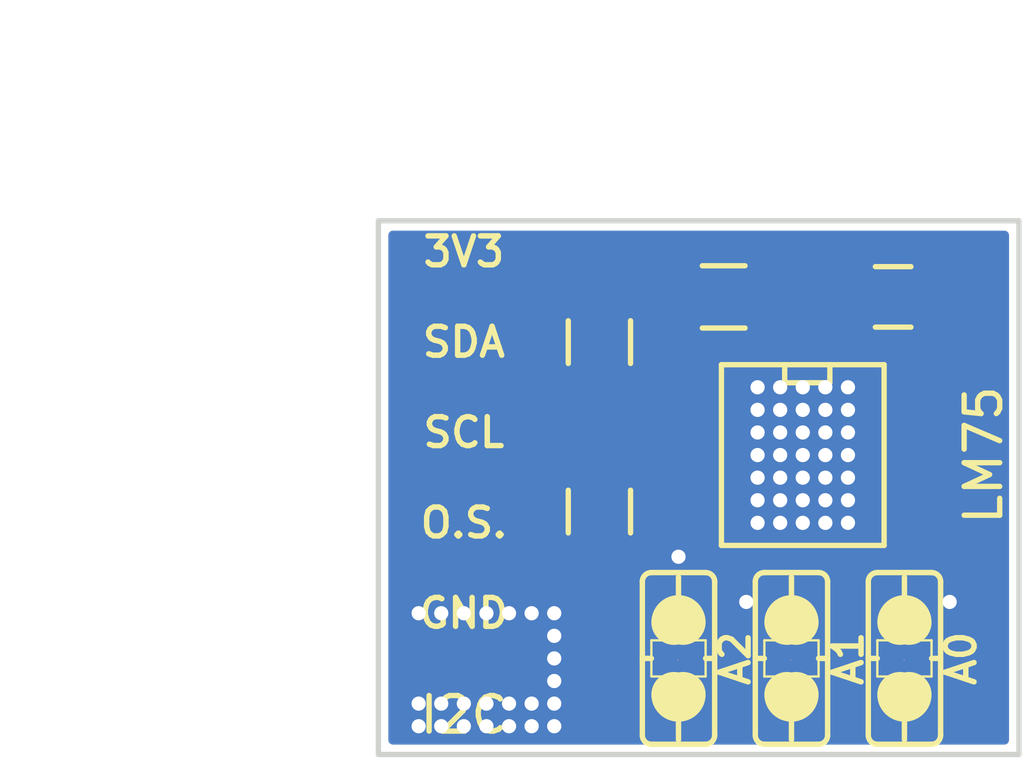
<source format=kicad_pcb>
(kicad_pcb (version 4) (host pcbnew 0.201508170901+6097~28~ubuntu14.04.1-product)

  (general
    (links 22)
    (no_connects 0)
    (area 141.500001 96.15 168.075001 117.075001)
    (thickness 1.6)
    (drawings 14)
    (tracks 193)
    (zones 0)
    (modules 9)
    (nets 9)
  )

  (page A4)
  (layers
    (0 F.Cu signal)
    (31 B.Cu signal)
    (32 B.Adhes user)
    (33 F.Adhes user)
    (34 B.Paste user)
    (35 F.Paste user)
    (36 B.SilkS user)
    (37 F.SilkS user)
    (38 B.Mask user)
    (39 F.Mask user)
    (40 Dwgs.User user)
    (41 Cmts.User user)
    (42 Eco1.User user)
    (43 Eco2.User user)
    (44 Edge.Cuts user)
    (45 Margin user)
    (46 B.CrtYd user)
    (47 F.CrtYd user)
    (48 B.Fab user)
    (49 F.Fab user)
  )

  (setup
    (last_trace_width 0.508)
    (user_trace_width 0.2032)
    (user_trace_width 0.254)
    (user_trace_width 0.3048)
    (user_trace_width 0.4064)
    (user_trace_width 0.508)
    (trace_clearance 0.2032)
    (zone_clearance 0.2032)
    (zone_45_only no)
    (trace_min 0.2032)
    (segment_width 0.2)
    (edge_width 0.15)
    (via_size 0.6)
    (via_drill 0.4)
    (via_min_size 0.0254)
    (via_min_drill 0.3)
    (user_via 0.5 0.3)
    (user_via 0.6 0.4)
    (uvia_size 0.3)
    (uvia_drill 0.1)
    (uvias_allowed no)
    (uvia_min_size 0)
    (uvia_min_drill 0)
    (pcb_text_width 0.3)
    (pcb_text_size 1.5 1.5)
    (mod_edge_width 0.15)
    (mod_text_size 1.016 1.016)
    (mod_text_width 0.1524)
    (pad_size 1.524 1.524)
    (pad_drill 0.762)
    (pad_to_mask_clearance 0.2)
    (aux_axis_origin 150 102)
    (visible_elements FFFFFF7F)
    (pcbplotparams
      (layerselection 0x010f0_80000001)
      (usegerberextensions true)
      (excludeedgelayer true)
      (linewidth 0.100000)
      (plotframeref false)
      (viasonmask false)
      (mode 1)
      (useauxorigin false)
      (hpglpennumber 1)
      (hpglpenspeed 20)
      (hpglpendiameter 15)
      (hpglpenoverlay 2)
      (psnegative false)
      (psa4output false)
      (plotreference true)
      (plotvalue true)
      (plotinvisibletext false)
      (padsonsilk false)
      (subtractmaskfromsilk false)
      (outputformat 1)
      (mirror false)
      (drillshape 0)
      (scaleselection 1)
      (outputdirectory Gerber/))
  )

  (net 0 "")
  (net 1 +3V3)
  (net 2 GND)
  (net 3 "Net-(IC2-Pad7)")
  (net 4 "Net-(IC2-Pad6)")
  (net 5 "Net-(IC2-Pad5)")
  (net 6 "Net-(IC2-Pad3)")
  (net 7 "Net-(IC2-Pad2)")
  (net 8 "Net-(IC2-Pad1)")

  (net_class Default "Dies ist die voreingestellte Netzklasse."
    (clearance 0.2032)
    (trace_width 0.508)
    (via_dia 0.6)
    (via_drill 0.4)
    (uvia_dia 0.3)
    (uvia_drill 0.1)
    (add_net +3V3)
    (add_net GND)
    (add_net "Net-(IC2-Pad1)")
    (add_net "Net-(IC2-Pad2)")
    (add_net "Net-(IC2-Pad3)")
    (add_net "Net-(IC2-Pad5)")
    (add_net "Net-(IC2-Pad6)")
    (add_net "Net-(IC2-Pad7)")
  )

  (module SMD_Packages:SOIC-8-N (layer F.Cu) (tedit 5739E499) (tstamp 55FDCD6E)
    (at 11.925 6.585 270)
    (descr "Module Narrow CMS SOJ 8 pins large")
    (tags "CMS SOJ")
    (path /55D42F1C)
    (attr smd)
    (fp_text reference IC2 (at 0 0.635 270) (layer F.Fab)
      (effects (font (size 1 1) (thickness 0.15)))
    )
    (fp_text value LM75 (at 0 -5.08 270) (layer F.SilkS)
      (effects (font (size 1 1) (thickness 0.15)))
    )
    (fp_line (start -2.54 -2.286) (end 2.54 -2.286) (layer F.SilkS) (width 0.15))
    (fp_line (start 2.54 -2.286) (end 2.54 2.286) (layer F.SilkS) (width 0.15))
    (fp_line (start 2.54 2.286) (end -2.54 2.286) (layer F.SilkS) (width 0.15))
    (fp_line (start -2.54 2.286) (end -2.54 -2.286) (layer F.SilkS) (width 0.15))
    (fp_line (start -2.54 -0.762) (end -2.032 -0.762) (layer F.SilkS) (width 0.15))
    (fp_line (start -2.032 -0.762) (end -2.032 0.508) (layer F.SilkS) (width 0.15))
    (fp_line (start -2.032 0.508) (end -2.54 0.508) (layer F.SilkS) (width 0.15))
    (pad 8 smd rect (at -1.905 -3.175 270) (size 0.508 1.143) (layers F.Cu F.Paste F.Mask)
      (net 1 +3V3))
    (pad 7 smd rect (at -0.635 -3.175 270) (size 0.508 1.143) (layers F.Cu F.Paste F.Mask)
      (net 3 "Net-(IC2-Pad7)"))
    (pad 6 smd rect (at 0.635 -3.175 270) (size 0.508 1.143) (layers F.Cu F.Paste F.Mask)
      (net 4 "Net-(IC2-Pad6)"))
    (pad 5 smd rect (at 1.905 -3.175 270) (size 0.508 1.143) (layers F.Cu F.Paste F.Mask)
      (net 5 "Net-(IC2-Pad5)"))
    (pad 4 smd rect (at 1.905 3.175 270) (size 0.508 1.143) (layers F.Cu F.Paste F.Mask)
      (net 2 GND))
    (pad 3 smd rect (at 0.635 3.175 270) (size 0.508 1.143) (layers F.Cu F.Paste F.Mask)
      (net 6 "Net-(IC2-Pad3)"))
    (pad 2 smd rect (at -0.635 3.175 270) (size 0.508 1.143) (layers F.Cu F.Paste F.Mask)
      (net 7 "Net-(IC2-Pad2)"))
    (pad 1 smd rect (at -1.905 3.175 270) (size 0.508 1.143) (layers F.Cu F.Paste F.Mask)
      (net 8 "Net-(IC2-Pad1)"))
    (model SMD_Packages.3dshapes/SOIC-8-N.wrl
      (at (xyz 0 0 0))
      (scale (xyz 0.5 0.38 0.5))
      (rotate (xyz 0 0 0))
    )
  )

  (module Capacitors_SMD:C_0805_HandSoldering (layer F.Cu) (tedit 5739E27B) (tstamp 55FDCD62)
    (at 14.465 2.14 180)
    (descr "Capacitor SMD 0805, hand soldering")
    (tags "capacitor 0805")
    (path /55FDD272)
    (attr smd)
    (fp_text reference C1 (at 0 0 180) (layer F.Fab)
      (effects (font (size 1 1) (thickness 0.15)))
    )
    (fp_text value 100nF (at 0 -1.27 180) (layer F.Fab)
      (effects (font (size 1 1) (thickness 0.15)))
    )
    (fp_line (start -2.3 -1) (end 2.3 -1) (layer F.CrtYd) (width 0.05))
    (fp_line (start -2.3 1) (end 2.3 1) (layer F.CrtYd) (width 0.05))
    (fp_line (start -2.3 -1) (end -2.3 1) (layer F.CrtYd) (width 0.05))
    (fp_line (start 2.3 -1) (end 2.3 1) (layer F.CrtYd) (width 0.05))
    (fp_line (start 0.5 -0.85) (end -0.5 -0.85) (layer F.SilkS) (width 0.15))
    (fp_line (start -0.5 0.85) (end 0.5 0.85) (layer F.SilkS) (width 0.15))
    (pad 1 smd rect (at -1.25 0 180) (size 1.5 1.25) (layers F.Cu F.Paste F.Mask)
      (net 1 +3V3))
    (pad 2 smd rect (at 1.25 0 180) (size 1.5 1.25) (layers F.Cu F.Paste F.Mask)
      (net 2 GND))
    (model Capacitors_SMD.3dshapes/C_0805_HandSoldering.wrl
      (at (xyz 0 0 0))
      (scale (xyz 1 1 1))
      (rotate (xyz 0 0 0))
    )
  )

  (module Footprints:SJ_2 (layer F.Cu) (tedit 5739E277) (tstamp 55FDD83D)
    (at 14.7825 12.3 90)
    (descr "SOLDER JUMPER")
    (tags "SOLDER JUMPER")
    (path /55D42F35)
    (attr smd)
    (fp_text reference JP1 (at 0 0 90) (layer F.Fab)
      (effects (font (size 1 1) (thickness 0.15)))
    )
    (fp_text value A0 (at -0.0381 -0.00762 90) (layer B.SilkS)
      (effects (font (size 0.01778 0.01778) (thickness 0.0889)))
    )
    (fp_line (start -0.508 0.762) (end 0.508 0.762) (layer F.SilkS) (width 0.06604))
    (fp_line (start 0.508 0.762) (end 0.508 -0.762) (layer F.SilkS) (width 0.06604))
    (fp_line (start -0.508 -0.762) (end 0.508 -0.762) (layer F.SilkS) (width 0.06604))
    (fp_line (start -0.508 0.762) (end -0.508 -0.762) (layer F.SilkS) (width 0.06604))
    (fp_line (start 2.159 1.016) (end -2.159 1.016) (layer F.SilkS) (width 0.1524))
    (fp_line (start 2.413 0.762) (end 2.413 -0.762) (layer F.SilkS) (width 0.1524))
    (fp_line (start -2.413 0.762) (end -2.413 -0.762) (layer F.SilkS) (width 0.1524))
    (fp_line (start -2.159 -1.016) (end 2.159 -1.016) (layer F.SilkS) (width 0.1524))
    (fp_line (start 1.778 0) (end 2.286 0) (layer F.SilkS) (width 0.1524))
    (fp_line (start -1.778 0) (end -2.286 0) (layer F.SilkS) (width 0.1524))
    (fp_line (start 0 -0.762) (end 0 -1.016) (layer F.SilkS) (width 0.1524))
    (fp_line (start 0 1.016) (end 0 0.762) (layer F.SilkS) (width 0.1524))
    (fp_arc (start 2.159 -0.762) (end 2.159 -1.016) (angle 90) (layer F.SilkS) (width 0.1524))
    (fp_arc (start -2.159 -0.762) (end -2.413 -0.762) (angle 90) (layer F.SilkS) (width 0.1524))
    (fp_arc (start -2.159 0.762) (end -2.159 1.016) (angle 90) (layer F.SilkS) (width 0.1524))
    (fp_arc (start 2.159 0.762) (end 2.413 0.762) (angle 90) (layer F.SilkS) (width 0.1524))
    (fp_arc (start 1.016 0) (end 1.016 -0.127) (angle 180) (layer F.SilkS) (width 1.27))
    (fp_arc (start -1.016 0) (end -1.016 0.127) (angle 180) (layer F.SilkS) (width 1.27))
    (pad 1 smd rect (at -1.524 0 90) (size 1.1684 1.6002) (layers F.Cu F.Paste F.Mask)
      (net 1 +3V3))
    (pad 2 smd rect (at 0 0 90) (size 1.1684 1.6002) (layers F.Cu F.Paste F.Mask)
      (net 3 "Net-(IC2-Pad7)"))
    (pad 3 smd rect (at 1.524 0 90) (size 1.1684 1.6002) (layers F.Cu F.Paste F.Mask)
      (net 2 GND))
  )

  (module Footprints:SJ_2 (layer F.Cu) (tedit 5739E273) (tstamp 55FDD843)
    (at 11.6075 12.3 90)
    (descr "SOLDER JUMPER")
    (tags "SOLDER JUMPER")
    (path /55D42F3C)
    (attr smd)
    (fp_text reference JP2 (at 0 0 90) (layer F.Fab)
      (effects (font (size 1 1) (thickness 0.15)))
    )
    (fp_text value A1 (at -0.0381 -0.00762 90) (layer B.SilkS)
      (effects (font (size 0.01778 0.01778) (thickness 0.0889)))
    )
    (fp_line (start -0.508 0.762) (end 0.508 0.762) (layer F.SilkS) (width 0.06604))
    (fp_line (start 0.508 0.762) (end 0.508 -0.762) (layer F.SilkS) (width 0.06604))
    (fp_line (start -0.508 -0.762) (end 0.508 -0.762) (layer F.SilkS) (width 0.06604))
    (fp_line (start -0.508 0.762) (end -0.508 -0.762) (layer F.SilkS) (width 0.06604))
    (fp_line (start 2.159 1.016) (end -2.159 1.016) (layer F.SilkS) (width 0.1524))
    (fp_line (start 2.413 0.762) (end 2.413 -0.762) (layer F.SilkS) (width 0.1524))
    (fp_line (start -2.413 0.762) (end -2.413 -0.762) (layer F.SilkS) (width 0.1524))
    (fp_line (start -2.159 -1.016) (end 2.159 -1.016) (layer F.SilkS) (width 0.1524))
    (fp_line (start 1.778 0) (end 2.286 0) (layer F.SilkS) (width 0.1524))
    (fp_line (start -1.778 0) (end -2.286 0) (layer F.SilkS) (width 0.1524))
    (fp_line (start 0 -0.762) (end 0 -1.016) (layer F.SilkS) (width 0.1524))
    (fp_line (start 0 1.016) (end 0 0.762) (layer F.SilkS) (width 0.1524))
    (fp_arc (start 2.159 -0.762) (end 2.159 -1.016) (angle 90) (layer F.SilkS) (width 0.1524))
    (fp_arc (start -2.159 -0.762) (end -2.413 -0.762) (angle 90) (layer F.SilkS) (width 0.1524))
    (fp_arc (start -2.159 0.762) (end -2.159 1.016) (angle 90) (layer F.SilkS) (width 0.1524))
    (fp_arc (start 2.159 0.762) (end 2.413 0.762) (angle 90) (layer F.SilkS) (width 0.1524))
    (fp_arc (start 1.016 0) (end 1.016 -0.127) (angle 180) (layer F.SilkS) (width 1.27))
    (fp_arc (start -1.016 0) (end -1.016 0.127) (angle 180) (layer F.SilkS) (width 1.27))
    (pad 1 smd rect (at -1.524 0 90) (size 1.1684 1.6002) (layers F.Cu F.Paste F.Mask)
      (net 1 +3V3))
    (pad 2 smd rect (at 0 0 90) (size 1.1684 1.6002) (layers F.Cu F.Paste F.Mask)
      (net 4 "Net-(IC2-Pad6)"))
    (pad 3 smd rect (at 1.524 0 90) (size 1.1684 1.6002) (layers F.Cu F.Paste F.Mask)
      (net 2 GND))
  )

  (module Footprints:SJ_2 (layer F.Cu) (tedit 5739E26F) (tstamp 55FDD849)
    (at 8.4325 12.3 90)
    (descr "SOLDER JUMPER")
    (tags "SOLDER JUMPER")
    (path /55D42F43)
    (attr smd)
    (fp_text reference JP3 (at 0 0 90) (layer F.Fab)
      (effects (font (size 1 1) (thickness 0.15)))
    )
    (fp_text value A2 (at -0.0381 -0.00762 90) (layer B.SilkS)
      (effects (font (size 0.01778 0.01778) (thickness 0.0889)))
    )
    (fp_line (start -0.508 0.762) (end 0.508 0.762) (layer F.SilkS) (width 0.06604))
    (fp_line (start 0.508 0.762) (end 0.508 -0.762) (layer F.SilkS) (width 0.06604))
    (fp_line (start -0.508 -0.762) (end 0.508 -0.762) (layer F.SilkS) (width 0.06604))
    (fp_line (start -0.508 0.762) (end -0.508 -0.762) (layer F.SilkS) (width 0.06604))
    (fp_line (start 2.159 1.016) (end -2.159 1.016) (layer F.SilkS) (width 0.1524))
    (fp_line (start 2.413 0.762) (end 2.413 -0.762) (layer F.SilkS) (width 0.1524))
    (fp_line (start -2.413 0.762) (end -2.413 -0.762) (layer F.SilkS) (width 0.1524))
    (fp_line (start -2.159 -1.016) (end 2.159 -1.016) (layer F.SilkS) (width 0.1524))
    (fp_line (start 1.778 0) (end 2.286 0) (layer F.SilkS) (width 0.1524))
    (fp_line (start -1.778 0) (end -2.286 0) (layer F.SilkS) (width 0.1524))
    (fp_line (start 0 -0.762) (end 0 -1.016) (layer F.SilkS) (width 0.1524))
    (fp_line (start 0 1.016) (end 0 0.762) (layer F.SilkS) (width 0.1524))
    (fp_arc (start 2.159 -0.762) (end 2.159 -1.016) (angle 90) (layer F.SilkS) (width 0.1524))
    (fp_arc (start -2.159 -0.762) (end -2.413 -0.762) (angle 90) (layer F.SilkS) (width 0.1524))
    (fp_arc (start -2.159 0.762) (end -2.159 1.016) (angle 90) (layer F.SilkS) (width 0.1524))
    (fp_arc (start 2.159 0.762) (end 2.413 0.762) (angle 90) (layer F.SilkS) (width 0.1524))
    (fp_arc (start 1.016 0) (end 1.016 -0.127) (angle 180) (layer F.SilkS) (width 1.27))
    (fp_arc (start -1.016 0) (end -1.016 0.127) (angle 180) (layer F.SilkS) (width 1.27))
    (pad 1 smd rect (at -1.524 0 90) (size 1.1684 1.6002) (layers F.Cu F.Paste F.Mask)
      (net 1 +3V3))
    (pad 2 smd rect (at 0 0 90) (size 1.1684 1.6002) (layers F.Cu F.Paste F.Mask)
      (net 5 "Net-(IC2-Pad5)"))
    (pad 3 smd rect (at 1.524 0 90) (size 1.1684 1.6002) (layers F.Cu F.Paste F.Mask)
      (net 2 GND))
  )

  (module Resistors_SMD:R_0805_HandSoldering (layer F.Cu) (tedit 5739E26B) (tstamp 571CD5B8)
    (at 6.21 8.1725 90)
    (descr "Resistor SMD 0805, hand soldering")
    (tags "resistor 0805")
    (path /571CD7D0)
    (attr smd)
    (fp_text reference R1 (at 0 0 90) (layer F.Fab)
      (effects (font (size 1 1) (thickness 0.15)))
    )
    (fp_text value 10k (at 0 1.27 90) (layer F.Fab)
      (effects (font (size 1 1) (thickness 0.15)))
    )
    (fp_line (start -2.4 -1) (end 2.4 -1) (layer F.CrtYd) (width 0.05))
    (fp_line (start -2.4 1) (end 2.4 1) (layer F.CrtYd) (width 0.05))
    (fp_line (start -2.4 -1) (end -2.4 1) (layer F.CrtYd) (width 0.05))
    (fp_line (start 2.4 -1) (end 2.4 1) (layer F.CrtYd) (width 0.05))
    (fp_line (start 0.6 0.875) (end -0.6 0.875) (layer F.SilkS) (width 0.15))
    (fp_line (start -0.6 -0.875) (end 0.6 -0.875) (layer F.SilkS) (width 0.15))
    (pad 1 smd rect (at -1.35 0 90) (size 1.5 1.3) (layers F.Cu F.Paste F.Mask)
      (net 1 +3V3))
    (pad 2 smd rect (at 1.35 0 90) (size 1.5 1.3) (layers F.Cu F.Paste F.Mask)
      (net 6 "Net-(IC2-Pad3)"))
    (model Resistors_SMD.3dshapes/R_0805_HandSoldering.wrl
      (at (xyz 0 0 0))
      (scale (xyz 1 1 1))
      (rotate (xyz 0 0 0))
    )
  )

  (module Resistors_SMD:R_0805_HandSoldering (layer F.Cu) (tedit 5739E266) (tstamp 571CD5BE)
    (at 6.21 3.41 270)
    (descr "Resistor SMD 0805, hand soldering")
    (tags "resistor 0805")
    (path /571CD7A0)
    (attr smd)
    (fp_text reference R2 (at 0 0 270) (layer F.Fab)
      (effects (font (size 1 1) (thickness 0.15)))
    )
    (fp_text value 10k (at 0 -1.27 270) (layer F.Fab)
      (effects (font (size 1 1) (thickness 0.15)))
    )
    (fp_line (start -2.4 -1) (end 2.4 -1) (layer F.CrtYd) (width 0.05))
    (fp_line (start -2.4 1) (end 2.4 1) (layer F.CrtYd) (width 0.05))
    (fp_line (start -2.4 -1) (end -2.4 1) (layer F.CrtYd) (width 0.05))
    (fp_line (start 2.4 -1) (end 2.4 1) (layer F.CrtYd) (width 0.05))
    (fp_line (start 0.6 0.875) (end -0.6 0.875) (layer F.SilkS) (width 0.15))
    (fp_line (start -0.6 -0.875) (end 0.6 -0.875) (layer F.SilkS) (width 0.15))
    (pad 1 smd rect (at -1.35 0 270) (size 1.5 1.3) (layers F.Cu F.Paste F.Mask)
      (net 1 +3V3))
    (pad 2 smd rect (at 1.35 0 270) (size 1.5 1.3) (layers F.Cu F.Paste F.Mask)
      (net 7 "Net-(IC2-Pad2)"))
    (model Resistors_SMD.3dshapes/R_0805_HandSoldering.wrl
      (at (xyz 0 0 0))
      (scale (xyz 1 1 1))
      (rotate (xyz 0 0 0))
    )
  )

  (module Resistors_SMD:R_0805_HandSoldering (layer F.Cu) (tedit 5739E280) (tstamp 571CD5C4)
    (at 9.7025 2.14)
    (descr "Resistor SMD 0805, hand soldering")
    (tags "resistor 0805")
    (path /571CD6B6)
    (attr smd)
    (fp_text reference R3 (at 0 0) (layer F.Fab)
      (effects (font (size 1 1) (thickness 0.15)))
    )
    (fp_text value 10k (at 0 1.27) (layer F.Fab)
      (effects (font (size 1 1) (thickness 0.15)))
    )
    (fp_line (start -2.4 -1) (end 2.4 -1) (layer F.CrtYd) (width 0.05))
    (fp_line (start -2.4 1) (end 2.4 1) (layer F.CrtYd) (width 0.05))
    (fp_line (start -2.4 -1) (end -2.4 1) (layer F.CrtYd) (width 0.05))
    (fp_line (start 2.4 -1) (end 2.4 1) (layer F.CrtYd) (width 0.05))
    (fp_line (start 0.6 0.875) (end -0.6 0.875) (layer F.SilkS) (width 0.15))
    (fp_line (start -0.6 -0.875) (end 0.6 -0.875) (layer F.SilkS) (width 0.15))
    (pad 1 smd rect (at -1.35 0) (size 1.5 1.3) (layers F.Cu F.Paste F.Mask)
      (net 1 +3V3))
    (pad 2 smd rect (at 1.35 0) (size 1.5 1.3) (layers F.Cu F.Paste F.Mask)
      (net 8 "Net-(IC2-Pad1)"))
    (model Resistors_SMD.3dshapes/R_0805_HandSoldering.wrl
      (at (xyz 0 0 0))
      (scale (xyz 1 1 1))
      (rotate (xyz 0 0 0))
    )
  )

  (module SMD:SMD_05-4mm (layer F.Cu) (tedit 5739E253) (tstamp 5738731C)
    (at 2.4 2.14)
    (path /55FDCB45)
    (fp_text reference P1 (at 0 0) (layer F.Fab)
      (effects (font (size 1 1) (thickness 0.15)))
    )
    (fp_text value I2C (at 0 11.7475) (layer F.SilkS)
      (effects (font (size 1 1) (thickness 0.15)))
    )
    (pad 5 connect rect (at 0 10.16) (size 4 1) (layers F.Cu F.Mask)
      (net 2 GND))
    (pad 4 connect rect (at 0 7.62) (size 4 1) (layers F.Cu F.Mask)
      (net 6 "Net-(IC2-Pad3)"))
    (pad 3 connect rect (at 0 5.08) (size 4 1) (layers F.Cu F.Mask)
      (net 7 "Net-(IC2-Pad2)"))
    (pad 2 connect rect (at 0 2.54) (size 4 1) (layers F.Cu F.Mask)
      (net 8 "Net-(IC2-Pad1)"))
    (pad 1 connect rect (at 0 0) (size 4 1) (layers F.Cu F.Mask)
      (net 1 +3V3))
  )

  (gr_text A2 (at 10.02 12.3 90) (layer F.SilkS) (tstamp 573C24CE)
    (effects (font (size 0.8128 0.8128) (thickness 0.1524)))
  )
  (gr_text A1 (at 13.195 12.3 90) (layer F.SilkS) (tstamp 573C24CA)
    (effects (font (size 0.8128 0.8128) (thickness 0.1524)))
  )
  (gr_text A0 (at 16.37 12.3 90) (layer F.SilkS) (tstamp 573C24C7)
    (effects (font (size 0.8128 0.8128) (thickness 0.1524)))
  )
  (gr_text GND (at 2.4 11.03) (layer F.SilkS) (tstamp 573C2340)
    (effects (font (size 0.8128 0.8128) (thickness 0.1524)))
  )
  (gr_text O.S. (at 2.4 8.49) (layer F.SilkS) (tstamp 573C233F)
    (effects (font (size 0.8128 0.8128) (thickness 0.1524)))
  )
  (gr_text SCL (at 2.4 5.95) (layer F.SilkS) (tstamp 573C233E)
    (effects (font (size 0.8128 0.8128) (thickness 0.1524)))
  )
  (gr_text SDA (at 2.4 3.41) (layer F.SilkS) (tstamp 573C233D)
    (effects (font (size 0.8128 0.8128) (thickness 0.1524)))
  )
  (gr_text 3V3 (at 2.4 0.87) (layer F.SilkS)
    (effects (font (size 0.8128 0.8128) (thickness 0.1524)))
  )
  (dimension 15 (width 0.3) (layer Eco1.User)
    (gr_text "15 mm" (at -4.35 7.5 90) (layer Eco1.User)
      (effects (font (size 1.5 1.5) (thickness 0.3)))
    )
    (feature1 (pts (xy 0 0) (xy -5.7 0)))
    (feature2 (pts (xy 0 15) (xy -5.7 15)))
    (crossbar (pts (xy -3 15) (xy -3 0)))
    (arrow1a (pts (xy -3 0) (xy -2.413579 1.126504)))
    (arrow1b (pts (xy -3 0) (xy -3.586421 1.126504)))
    (arrow2a (pts (xy -3 15) (xy -2.413579 13.873496)))
    (arrow2b (pts (xy -3 15) (xy -3.586421 13.873496)))
  )
  (dimension 18 (width 0.3) (layer Eco1.User)
    (gr_text "18 mm" (at 9 -4.35) (layer Eco1.User)
      (effects (font (size 1.5 1.5) (thickness 0.3)))
    )
    (feature1 (pts (xy 18 0) (xy 18 -5.7)))
    (feature2 (pts (xy 0 0) (xy 0 -5.7)))
    (crossbar (pts (xy 0 -3) (xy 18 -3)))
    (arrow1a (pts (xy 18 -3) (xy 16.873496 -2.413579)))
    (arrow1b (pts (xy 18 -3) (xy 16.873496 -3.586421)))
    (arrow2a (pts (xy 0 -3) (xy 1.126504 -2.413579)))
    (arrow2b (pts (xy 0 -3) (xy 1.126504 -3.586421)))
  )
  (gr_line (start 0 15) (end 0 0) (angle 90) (layer Edge.Cuts) (width 0.15))
  (gr_line (start 18 15) (end 0 15) (angle 90) (layer Edge.Cuts) (width 0.15))
  (gr_line (start 18 0) (end 18 15) (angle 90) (layer Edge.Cuts) (width 0.15))
  (gr_line (start 0 0) (end 18 0) (angle 90) (layer Edge.Cuts) (width 0.15))

  (segment (start 14.7825 13.824) (end 11.6075 13.824) (width 0.508) (layer F.Cu) (net 1))
  (segment (start 16.116 13.824) (end 14.7825 13.824) (width 0.508) (layer F.Cu) (net 1))
  (segment (start 17.3225 3.7275) (end 17.3225 4.641444) (width 0.508) (layer F.Cu) (net 1))
  (segment (start 17.3225 4.641444) (end 17.3225 12.6175) (width 0.508) (layer F.Cu) (net 1))
  (segment (start 15.1 4.68) (end 17.283944 4.68) (width 0.508) (layer F.Cu) (net 1))
  (segment (start 17.283944 4.68) (end 17.3225 4.641444) (width 0.508) (layer F.Cu) (net 1))
  (segment (start 8.4325 13.824) (end 7.099 13.824) (width 0.508) (layer F.Cu) (net 1))
  (segment (start 6.21 12.935) (end 6.21 9.5225) (width 0.508) (layer F.Cu) (net 1) (tstamp 5738A828))
  (segment (start 7.099 13.824) (end 6.21 12.935) (width 0.508) (layer F.Cu) (net 1) (tstamp 5738A824))
  (segment (start 15.715 2.14) (end 15.735 2.14) (width 0.508) (layer F.Cu) (net 1))
  (segment (start 15.735 2.14) (end 17.3225 3.7275) (width 0.508) (layer F.Cu) (net 1) (tstamp 5738A806))
  (segment (start 17.3225 12.6175) (end 16.116 13.824) (width 0.508) (layer F.Cu) (net 1) (tstamp 5738A814))
  (segment (start 11.6075 13.824) (end 8.4325 13.824) (width 0.508) (layer F.Cu) (net 1) (tstamp 5738A818))
  (segment (start 8.3525 2.14) (end 8.4325 2.14) (width 0.508) (layer F.Cu) (net 1))
  (segment (start 8.4325 2.14) (end 9.7025 0.87) (width 0.508) (layer F.Cu) (net 1) (tstamp 5738A7EA))
  (segment (start 14.445 0.87) (end 15.715 2.14) (width 0.508) (layer F.Cu) (net 1) (tstamp 5738A7F0))
  (segment (start 9.7025 0.87) (end 14.445 0.87) (width 0.508) (layer F.Cu) (net 1) (tstamp 5738A7EE))
  (segment (start 6.21 2.06) (end 8.2725 2.06) (width 0.508) (layer F.Cu) (net 1))
  (segment (start 8.2725 2.06) (end 8.3525 2.14) (width 0.508) (layer F.Cu) (net 1) (tstamp 5738A7D4))
  (segment (start 6.21 2.06) (end 2.48 2.06) (width 0.508) (layer F.Cu) (net 1))
  (segment (start 2.48 2.06) (end 2.4 2.14) (width 0.508) (layer F.Cu) (net 1) (tstamp 5738A7D0))
  (segment (start 8.4325 2.06) (end 8.3525 2.14) (width 0.508) (layer F.Cu) (net 1) (tstamp 5738A7BE))
  (segment (start 2.4 2.14) (end 3.3525 2.14) (width 0.508) (layer F.Cu) (net 1))
  (via (at 16.0525 10.7125) (size 0.6) (drill 0.4) (layers F.Cu B.Cu) (net 2))
  (segment (start 16.0525 10.7125) (end 14.846 10.7125) (width 0.254) (layer F.Cu) (net 2) (tstamp 5739D6BA))
  (segment (start 14.846 10.7125) (end 14.7825 10.776) (width 0.254) (layer F.Cu) (net 2) (tstamp 5739D6BB))
  (segment (start 8.4325 10.776) (end 8.4325 9.4425) (width 0.254) (layer F.Cu) (net 2))
  (via (at 8.4325 9.4425) (size 0.6) (drill 0.4) (layers F.Cu B.Cu) (net 2))
  (via (at 10.3375 10.7125) (size 0.6) (drill 0.4) (layers F.Cu B.Cu) (net 2))
  (segment (start 10.3375 10.7125) (end 11.544 10.7125) (width 0.254) (layer F.Cu) (net 2) (tstamp 5739D652))
  (segment (start 11.544 10.7125) (end 11.6075 10.776) (width 0.254) (layer F.Cu) (net 2) (tstamp 5739D653))
  (segment (start 8.75 8.49) (end 10.655 8.49) (width 0.508) (layer F.Cu) (net 2))
  (via (at 10.655 8.49) (size 0.6) (drill 0.4) (layers F.Cu B.Cu) (net 2))
  (segment (start 11.29 8.49) (end 11.925 8.49) (width 0.508) (layer F.Cu) (net 2))
  (via (at 11.925 8.49) (size 0.6) (drill 0.4) (layers F.Cu B.Cu) (net 2))
  (segment (start 12.56 8.49) (end 13.195 8.49) (width 0.508) (layer F.Cu) (net 2))
  (via (at 13.195 8.49) (size 0.6) (drill 0.4) (layers F.Cu B.Cu) (net 2))
  (via (at 13.195 7.855) (size 0.6) (drill 0.4) (layers F.Cu B.Cu) (net 2))
  (segment (start 13.195 8.49) (end 13.195 7.855) (width 0.508) (layer F.Cu) (net 2))
  (via (at 12.56 8.49) (size 0.6) (drill 0.4) (layers F.Cu B.Cu) (net 2))
  (segment (start 11.925 8.49) (end 12.56 8.49) (width 0.508) (layer F.Cu) (net 2))
  (via (at 11.29 8.49) (size 0.6) (drill 0.4) (layers F.Cu B.Cu) (net 2))
  (segment (start 10.655 8.49) (end 11.29 8.49) (width 0.508) (layer F.Cu) (net 2))
  (segment (start 10.655 7.855) (end 11.29 7.855) (width 0.508) (layer F.Cu) (net 2))
  (via (at 11.29 7.855) (size 0.6) (drill 0.4) (layers F.Cu B.Cu) (net 2))
  (segment (start 11.925 7.855) (end 12.56 7.855) (width 0.508) (layer F.Cu) (net 2))
  (via (at 12.56 7.855) (size 0.6) (drill 0.4) (layers F.Cu B.Cu) (net 2))
  (segment (start 13.195 7.855) (end 13.195 7.22) (width 0.508) (layer F.Cu) (net 2))
  (via (at 13.195 7.22) (size 0.6) (drill 0.4) (layers F.Cu B.Cu) (net 2))
  (segment (start 12.56 7.855) (end 13.195 7.855) (width 0.508) (layer F.Cu) (net 2))
  (via (at 11.925 7.855) (size 0.6) (drill 0.4) (layers F.Cu B.Cu) (net 2))
  (segment (start 11.29 7.855) (end 11.925 7.855) (width 0.508) (layer F.Cu) (net 2))
  (via (at 10.655 7.855) (size 0.6) (drill 0.4) (layers F.Cu B.Cu) (net 2))
  (segment (start 10.655 7.22) (end 11.29 7.22) (width 0.508) (layer F.Cu) (net 2))
  (via (at 11.29 7.22) (size 0.6) (drill 0.4) (layers F.Cu B.Cu) (net 2))
  (segment (start 11.925 7.22) (end 12.56 7.22) (width 0.508) (layer F.Cu) (net 2))
  (via (at 12.56 7.22) (size 0.6) (drill 0.4) (layers F.Cu B.Cu) (net 2))
  (segment (start 13.195 7.22) (end 13.195 6.585) (width 0.508) (layer F.Cu) (net 2))
  (via (at 13.195 6.585) (size 0.6) (drill 0.4) (layers F.Cu B.Cu) (net 2))
  (segment (start 12.56 7.22) (end 13.195 7.22) (width 0.508) (layer F.Cu) (net 2))
  (via (at 11.925 7.22) (size 0.6) (drill 0.4) (layers F.Cu B.Cu) (net 2))
  (segment (start 11.29 7.22) (end 11.925 7.22) (width 0.508) (layer F.Cu) (net 2))
  (via (at 10.655 7.22) (size 0.6) (drill 0.4) (layers F.Cu B.Cu) (net 2))
  (segment (start 10.655 6.585) (end 11.29 6.585) (width 0.508) (layer F.Cu) (net 2))
  (via (at 11.29 6.585) (size 0.6) (drill 0.4) (layers F.Cu B.Cu) (net 2))
  (segment (start 11.925 6.585) (end 12.56 6.585) (width 0.508) (layer F.Cu) (net 2))
  (via (at 12.56 6.585) (size 0.6) (drill 0.4) (layers F.Cu B.Cu) (net 2))
  (segment (start 13.195 6.585) (end 13.195 5.95) (width 0.508) (layer F.Cu) (net 2))
  (via (at 13.195 5.95) (size 0.6) (drill 0.4) (layers F.Cu B.Cu) (net 2))
  (segment (start 12.56 6.585) (end 13.195 6.585) (width 0.508) (layer F.Cu) (net 2))
  (via (at 11.925 6.585) (size 0.6) (drill 0.4) (layers F.Cu B.Cu) (net 2))
  (segment (start 11.29 6.585) (end 11.925 6.585) (width 0.508) (layer F.Cu) (net 2))
  (via (at 10.655 6.585) (size 0.6) (drill 0.4) (layers F.Cu B.Cu) (net 2))
  (segment (start 10.655 5.95) (end 11.29 5.95) (width 0.508) (layer F.Cu) (net 2))
  (via (at 11.29 5.95) (size 0.6) (drill 0.4) (layers F.Cu B.Cu) (net 2))
  (segment (start 11.925 5.95) (end 12.56 5.95) (width 0.508) (layer F.Cu) (net 2))
  (via (at 12.56 5.95) (size 0.6) (drill 0.4) (layers F.Cu B.Cu) (net 2))
  (segment (start 13.195 5.95) (end 13.195 5.315) (width 0.508) (layer F.Cu) (net 2))
  (via (at 13.195 5.315) (size 0.6) (drill 0.4) (layers F.Cu B.Cu) (net 2))
  (segment (start 12.56 5.95) (end 13.195 5.95) (width 0.508) (layer F.Cu) (net 2))
  (via (at 11.925 5.95) (size 0.6) (drill 0.4) (layers F.Cu B.Cu) (net 2))
  (segment (start 11.29 5.95) (end 11.925 5.95) (width 0.508) (layer F.Cu) (net 2))
  (via (at 10.655 5.95) (size 0.6) (drill 0.4) (layers F.Cu B.Cu) (net 2))
  (via (at 10.655 5.315) (size 0.6) (drill 0.4) (layers F.Cu B.Cu) (net 2))
  (segment (start 11.925 5.315) (end 10.655 5.315) (width 0.508) (layer F.Cu) (net 2))
  (via (at 11.925 5.315) (size 0.6) (drill 0.4) (layers F.Cu B.Cu) (net 2))
  (segment (start 12.56 5.315) (end 13.195 5.315) (width 0.508) (layer F.Cu) (net 2))
  (via (at 13.195 4.68) (size 0.6) (drill 0.4) (layers F.Cu B.Cu) (net 2))
  (segment (start 13.195 4.68) (end 13.195 5.315) (width 0.508) (layer F.Cu) (net 2))
  (via (at 12.56 5.315) (size 0.6) (drill 0.4) (layers F.Cu B.Cu) (net 2))
  (segment (start 11.925 5.315) (end 12.56 5.315) (width 0.508) (layer F.Cu) (net 2))
  (via (at 11.29 5.315) (size 0.6) (drill 0.4) (layers F.Cu B.Cu) (net 2))
  (segment (start 10.655 5.315) (end 11.29 5.315) (width 0.508) (layer F.Cu) (net 2) (tstamp 5739D41F))
  (segment (start 10.655 4.68) (end 11.29 4.68) (width 0.508) (layer F.Cu) (net 2))
  (via (at 11.29 4.68) (size 0.6) (drill 0.4) (layers F.Cu B.Cu) (net 2))
  (segment (start 11.925 4.68) (end 12.56 4.68) (width 0.508) (layer F.Cu) (net 2))
  (via (at 12.56 4.68) (size 0.6) (drill 0.4) (layers F.Cu B.Cu) (net 2))
  (segment (start 13.215 4.66) (end 13.215 2.14) (width 0.508) (layer F.Cu) (net 2))
  (segment (start 13.215 4.66) (end 13.195 4.68) (width 0.508) (layer F.Cu) (net 2) (tstamp 5739D3FB))
  (segment (start 12.56 4.68) (end 13.195 4.68) (width 0.508) (layer F.Cu) (net 2))
  (via (at 11.925 4.68) (size 0.6) (drill 0.4) (layers F.Cu B.Cu) (net 2))
  (segment (start 11.29 4.68) (end 11.925 4.68) (width 0.508) (layer F.Cu) (net 2))
  (via (at 10.655 4.68) (size 0.6) (drill 0.4) (layers F.Cu B.Cu) (net 2))
  (via (at 4.94 12.935) (size 0.6) (drill 0.4) (layers F.Cu B.Cu) (net 2))
  (segment (start 1.13 14.205) (end 1.765 14.205) (width 0.508) (layer F.Cu) (net 2))
  (via (at 1.765 14.205) (size 0.6) (drill 0.4) (layers F.Cu B.Cu) (net 2))
  (segment (start 2.4 14.205) (end 3.035 14.205) (width 0.508) (layer F.Cu) (net 2))
  (via (at 3.035 14.205) (size 0.6) (drill 0.4) (layers F.Cu B.Cu) (net 2))
  (segment (start 3.67 14.205) (end 4.305 14.205) (width 0.508) (layer F.Cu) (net 2))
  (via (at 4.305 14.205) (size 0.6) (drill 0.4) (layers F.Cu B.Cu) (net 2))
  (segment (start 4.94 14.205) (end 4.94 13.57) (width 0.508) (layer F.Cu) (net 2))
  (via (at 4.94 13.57) (size 0.6) (drill 0.4) (layers F.Cu B.Cu) (net 2))
  (via (at 4.94 14.205) (size 0.6) (drill 0.4) (layers F.Cu B.Cu) (net 2))
  (segment (start 4.305 14.205) (end 4.94 14.205) (width 0.508) (layer F.Cu) (net 2))
  (via (at 3.67 14.205) (size 0.6) (drill 0.4) (layers F.Cu B.Cu) (net 2))
  (segment (start 3.035 14.205) (end 3.67 14.205) (width 0.508) (layer F.Cu) (net 2))
  (via (at 2.4 14.205) (size 0.6) (drill 0.4) (layers F.Cu B.Cu) (net 2))
  (segment (start 1.765 14.205) (end 2.4 14.205) (width 0.508) (layer F.Cu) (net 2))
  (via (at 1.13 14.205) (size 0.6) (drill 0.4) (layers F.Cu B.Cu) (net 2))
  (segment (start 1.13 13.57) (end 1.765 13.57) (width 0.508) (layer F.Cu) (net 2))
  (via (at 1.765 13.57) (size 0.6) (drill 0.4) (layers F.Cu B.Cu) (net 2))
  (segment (start 2.4 13.57) (end 3.035 13.57) (width 0.508) (layer F.Cu) (net 2))
  (via (at 3.035 13.57) (size 0.6) (drill 0.4) (layers F.Cu B.Cu) (net 2))
  (segment (start 3.67 13.57) (end 4.305 13.57) (width 0.508) (layer F.Cu) (net 2))
  (via (at 4.305 13.57) (size 0.6) (drill 0.4) (layers F.Cu B.Cu) (net 2))
  (segment (start 4.94 13.57) (end 4.94 12.935) (width 0.508) (layer F.Cu) (net 2))
  (via (at 4.94 12.3) (size 0.6) (drill 0.4) (layers F.Cu B.Cu) (net 2))
  (segment (start 4.94 12.935) (end 4.94 12.3) (width 0.508) (layer F.Cu) (net 2))
  (segment (start 4.305 13.57) (end 4.94 13.57) (width 0.508) (layer F.Cu) (net 2))
  (via (at 3.67 13.57) (size 0.6) (drill 0.4) (layers F.Cu B.Cu) (net 2))
  (segment (start 3.035 13.57) (end 3.67 13.57) (width 0.508) (layer F.Cu) (net 2))
  (via (at 2.4 13.57) (size 0.6) (drill 0.4) (layers F.Cu B.Cu) (net 2))
  (segment (start 1.765 13.57) (end 2.4 13.57) (width 0.508) (layer F.Cu) (net 2))
  (via (at 1.13 13.57) (size 0.6) (drill 0.4) (layers F.Cu B.Cu) (net 2))
  (segment (start 1.13 11.03) (end 1.765 11.03) (width 0.508) (layer F.Cu) (net 2))
  (via (at 1.765 11.03) (size 0.6) (drill 0.4) (layers F.Cu B.Cu) (net 2))
  (segment (start 2.4 11.03) (end 3.035 11.03) (width 0.508) (layer F.Cu) (net 2))
  (via (at 3.035 11.03) (size 0.6) (drill 0.4) (layers F.Cu B.Cu) (net 2))
  (segment (start 3.67 11.03) (end 4.305 11.03) (width 0.508) (layer F.Cu) (net 2))
  (via (at 4.305 11.03) (size 0.6) (drill 0.4) (layers F.Cu B.Cu) (net 2))
  (segment (start 4.94 11.03) (end 4.94 11.665) (width 0.508) (layer F.Cu) (net 2))
  (via (at 4.94 11.665) (size 0.6) (drill 0.4) (layers F.Cu B.Cu) (net 2))
  (segment (start 4.94 12.3) (end 2.4 12.3) (width 0.508) (layer F.Cu) (net 2))
  (segment (start 4.94 11.665) (end 4.94 12.3) (width 0.508) (layer F.Cu) (net 2))
  (via (at 4.94 11.03) (size 0.6) (drill 0.4) (layers F.Cu B.Cu) (net 2))
  (segment (start 4.305 11.03) (end 4.94 11.03) (width 0.508) (layer F.Cu) (net 2))
  (via (at 3.67 11.03) (size 0.6) (drill 0.4) (layers F.Cu B.Cu) (net 2))
  (segment (start 3.035 11.03) (end 3.67 11.03) (width 0.508) (layer F.Cu) (net 2))
  (via (at 2.4 11.03) (size 0.6) (drill 0.4) (layers F.Cu B.Cu) (net 2))
  (segment (start 1.765 11.03) (end 2.4 11.03) (width 0.508) (layer F.Cu) (net 2))
  (via (at 1.13 11.03) (size 0.6) (drill 0.4) (layers F.Cu B.Cu) (net 2))
  (segment (start 14.7825 12.3) (end 16.6875 12.3) (width 0.254) (layer F.Cu) (net 3))
  (segment (start 15.684202 5.95) (end 15.1 5.95) (width 0.254) (layer F.Cu) (net 3) (tstamp 5739D6A7))
  (segment (start 16.6875 6.953298) (end 15.684202 5.95) (width 0.254) (layer F.Cu) (net 3) (tstamp 5739D6A5))
  (segment (start 16.6875 12.3) (end 16.6875 6.953298) (width 0.254) (layer F.Cu) (net 3) (tstamp 5739D6A3))
  (segment (start 15.1 7.22) (end 15.4175 7.22) (width 0.3048) (layer F.Cu) (net 4))
  (segment (start 15.4175 7.22) (end 16.0525 7.855) (width 0.3048) (layer F.Cu) (net 4) (tstamp 57389DDA))
  (segment (start 16.0525 7.855) (end 16.0525 9.125) (width 0.3048) (layer F.Cu) (net 4) (tstamp 57389DDB))
  (segment (start 16.0525 9.125) (end 15.4175 9.76) (width 0.3048) (layer F.Cu) (net 4) (tstamp 57389DDC))
  (segment (start 15.4175 9.76) (end 13.83 9.76) (width 0.3048) (layer F.Cu) (net 4) (tstamp 57389DDD))
  (segment (start 13.83 9.76) (end 13.195 10.395) (width 0.3048) (layer F.Cu) (net 4) (tstamp 57389DDE))
  (segment (start 13.195 10.395) (end 13.195 12.3) (width 0.3048) (layer F.Cu) (net 4) (tstamp 57389DDF))
  (segment (start 13.195 12.3) (end 11.6075 12.3) (width 0.3048) (layer F.Cu) (net 4) (tstamp 57389DE0))
  (segment (start 8.4325 12.3) (end 10.02 12.3) (width 0.254) (layer F.Cu) (net 5))
  (segment (start 10.02 11.327698) (end 9.7025 11.010198) (width 0.254) (layer F.Cu) (net 5))
  (segment (start 9.7025 11.010198) (end 9.7025 10.0775) (width 0.254) (layer F.Cu) (net 5))
  (segment (start 10.02 12.3) (end 10.02 11.327698) (width 0.254) (layer F.Cu) (net 5))
  (segment (start 9.7025 10.0775) (end 10.3375 9.4425) (width 0.254) (layer F.Cu) (net 5))
  (segment (start 10.3375 9.4425) (end 13.195 9.4425) (width 0.254) (layer F.Cu) (net 5))
  (segment (start 13.195 9.4425) (end 14.1475 8.49) (width 0.254) (layer F.Cu) (net 5))
  (segment (start 14.1475 8.49) (end 15.1 8.49) (width 0.254) (layer F.Cu) (net 5))
  (segment (start 8.75 7.22) (end 6.6075 7.22) (width 0.3048) (layer F.Cu) (net 6))
  (segment (start 6.6075 7.22) (end 6.21 6.8225) (width 0.3048) (layer F.Cu) (net 6) (tstamp 57389EE2))
  (segment (start 6.21 6.8225) (end 5.9725 6.8225) (width 0.3048) (layer F.Cu) (net 6))
  (segment (start 5.9725 6.8225) (end 4.94 7.855) (width 0.3048) (layer F.Cu) (net 6) (tstamp 57389EDC))
  (segment (start 4.94 7.855) (end 4.94 9.4425) (width 0.3048) (layer F.Cu) (net 6) (tstamp 57389EDD))
  (segment (start 4.94 9.4425) (end 4.6225 9.76) (width 0.3048) (layer F.Cu) (net 6) (tstamp 57389EDE))
  (segment (start 4.6225 9.76) (end 2.4 9.76) (width 0.3048) (layer F.Cu) (net 6) (tstamp 57389EDF))
  (segment (start 6.21 4.76) (end 5.1775 4.76) (width 0.3048) (layer F.Cu) (net 7))
  (segment (start 4.6225 7.22) (end 2.4 7.22) (width 0.3048) (layer F.Cu) (net 7) (tstamp 57389ED9))
  (segment (start 4.94 6.9025) (end 4.6225 7.22) (width 0.3048) (layer F.Cu) (net 7) (tstamp 57389ED8))
  (segment (start 4.94 4.9975) (end 4.94 6.9025) (width 0.3048) (layer F.Cu) (net 7) (tstamp 57389ED7))
  (segment (start 5.1775 4.76) (end 4.94 4.9975) (width 0.3048) (layer F.Cu) (net 7) (tstamp 57389ED6))
  (segment (start 8.75 5.95) (end 7.4 5.95) (width 0.3048) (layer F.Cu) (net 7))
  (segment (start 7.4 5.95) (end 6.21 4.76) (width 0.3048) (layer F.Cu) (net 7) (tstamp 57389ED3))
  (segment (start 8.75 4.68) (end 8.75 3.41) (width 0.3048) (layer F.Cu) (net 8))
  (segment (start 9.0675 3.41) (end 8.75 3.41) (width 0.3048) (layer F.Cu) (net 8))
  (segment (start 9.0675 3.41) (end 9.7825 3.41) (width 0.3048) (layer F.Cu) (net 8) (tstamp 57389EEE))
  (segment (start 9.7825 3.41) (end 11.0525 2.14) (width 0.3048) (layer F.Cu) (net 8) (tstamp 57389EEF))
  (segment (start 8.75 3.41) (end 6.845 3.41) (width 0.3048) (layer F.Cu) (net 8) (tstamp 57389EF6))
  (segment (start 5.575 3.41) (end 4.305 4.68) (width 0.3048) (layer F.Cu) (net 8) (tstamp 57389EE8))
  (segment (start 6.845 3.41) (end 5.575 3.41) (width 0.3048) (layer F.Cu) (net 8) (tstamp 57389EE6))
  (segment (start 4.305 4.68) (end 2.4 4.68) (width 0.3048) (layer F.Cu) (net 8) (tstamp 57389EE9))

  (zone (net 2) (net_name GND) (layer B.Cu) (tstamp 5738A8C6) (hatch edge 0.508)
    (connect_pads (clearance 0.2032))
    (min_thickness 0.254)
    (fill yes (arc_segments 16) (thermal_gap 0.508) (thermal_bridge_width 0.508))
    (polygon
      (pts
        (xy 0 0) (xy 18 0) (xy 18 15) (xy 0 15)
      )
    )
    (filled_polygon
      (pts
        (xy 17.5948 14.5948) (xy 0.4052 14.5948) (xy 0.4052 0.4052) (xy 17.5948 0.4052)
      )
    )
  )
  (zone (net 2) (net_name GND) (layer F.Cu) (tstamp 5738A9B5) (hatch edge 0.508)
    (connect_pads yes (clearance 0))
    (min_thickness 0.254)
    (fill yes (arc_segments 16) (thermal_gap 0.508) (thermal_bridge_width 0.508))
    (polygon
      (pts
        (xy 0.495 10.7125) (xy 5.575 10.7125) (xy 5.575 14.5225) (xy 0.495 14.5225)
      )
    )
    (filled_polygon
      (pts
        (xy 5.448 14.3955) (xy 0.622 14.3955) (xy 0.622 10.8395) (xy 5.448 10.8395)
      )
    )
  )
  (zone (net 2) (net_name GND) (layer F.Cu) (tstamp 0) (hatch edge 0.508)
    (connect_pads yes (clearance 0))
    (min_thickness 0.254)
    (fill yes (arc_segments 16) (thermal_gap 0.508) (thermal_bridge_width 0.508))
    (polygon
      (pts
        (xy 10.02 4.045) (xy 13.83 4.045) (xy 13.83 8.49) (xy 13.195 9.125) (xy 10.02 9.125)
      )
    )
    (filled_polygon
      (pts
        (xy 13.703 8.287922) (xy 13.005622 8.9853) (xy 10.3375 8.9853) (xy 10.273652 8.998) (xy 10.147 8.998)
        (xy 10.147 4.172) (xy 13.703 4.172)
      )
    )
  )
)

</source>
